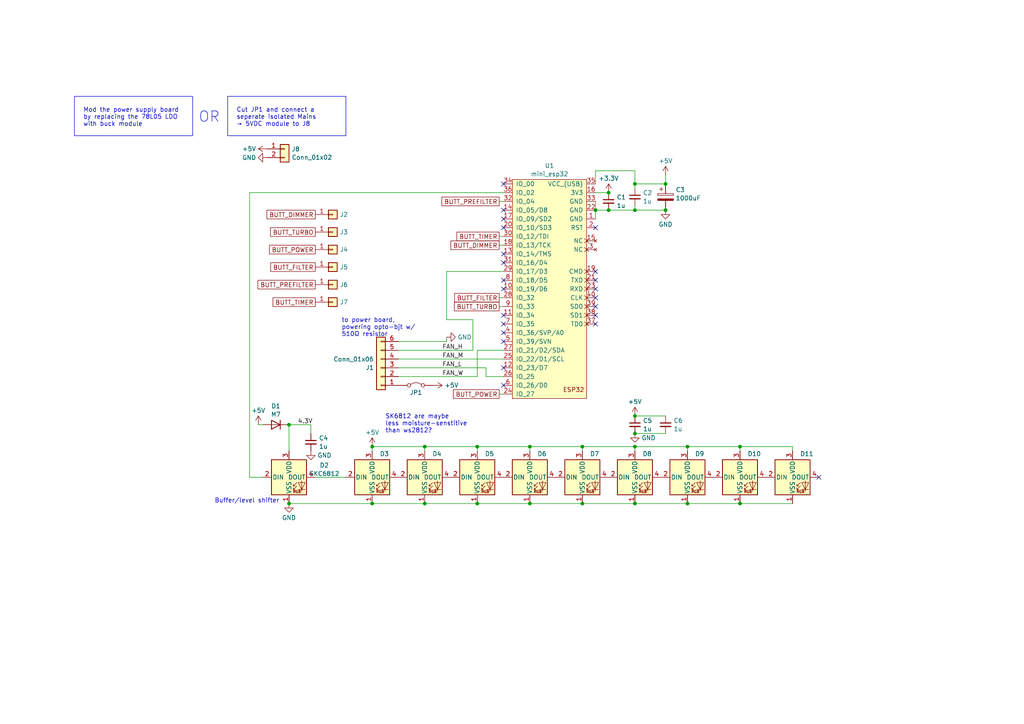
<source format=kicad_sch>
(kicad_sch (version 20250114) (generator "eeschema") (generator_version "9.0")
  (paper "A4")
  (lib_symbols
    (symbol "Connector_Generic:Conn_01x01" (pin_names (offset 1.016) (hide yes))
      (property "Reference" "J" (at 0 2.54 0))
      (property "Value" "Conn_01x01" (at 0 -2.54 0))
      (symbol "Conn_01x01_1_1"
        (rectangle (start -1.27 1.27) (end 1.27 -1.27) (stroke (width 0.254)) (fill (type background)))
        (rectangle (start -1.27 0.127) (end 0 -0.127) (stroke (width 0.1524)))
        (pin passive line (at -5.08 0 0) (length 3.81) (name "Pin_1") (number "1"))
      )
    )
    (symbol "Connector_Generic:Conn_01x02" (pin_names (offset 1.016) (hide yes))
      (property "Reference" "J" (at 0 2.54 0))
      (property "Value" "Conn_01x02" (at 0 -5.08 0))
      (symbol "Conn_01x02_1_1"
        (rectangle (start -1.27 1.27) (end 1.27 -3.81) (stroke (width 0.254)) (fill (type background)))
        (rectangle (start -1.27 0.127) (end 0 -0.127) (stroke (width 0.1524)))
        (rectangle (start -1.27 -2.413) (end 0 -2.667) (stroke (width 0.1524)))
        (pin passive line (at -5.08 0 0) (length 3.81) (name "Pin_1") (number "1"))
        (pin passive line (at -5.08 -2.54 0) (length 3.81) (name "Pin_2") (number "2"))
      )
    )
    (symbol "Connector_Generic:Conn_01x06" (pin_names (offset 1.016) (hide yes))
      (property "Reference" "J" (at 0 7.62 0))
      (property "Value" "Conn_01x06" (at 0 -10.16 0))
      (symbol "Conn_01x06_1_1"
        (rectangle (start -1.27 6.35) (end 1.27 -8.89) (stroke (width 0.254)) (fill (type background)))
        (rectangle (start -1.27 5.207) (end 0 4.953) (stroke (width 0.1524)))
        (rectangle (start -1.27 2.667) (end 0 2.413) (stroke (width 0.1524)))
        (rectangle (start -1.27 0.127) (end 0 -0.127) (stroke (width 0.1524)))
        (rectangle (start -1.27 -2.413) (end 0 -2.667) (stroke (width 0.1524)))
        (rectangle (start -1.27 -4.953) (end 0 -5.207) (stroke (width 0.1524)))
        (rectangle (start -1.27 -7.493) (end 0 -7.747) (stroke (width 0.1524)))
        (pin passive line (at -5.08 5.08 0) (length 3.81) (name "Pin_1") (number "1"))
        (pin passive line (at -5.08 2.54 0) (length 3.81) (name "Pin_2") (number "2"))
        (pin passive line (at -5.08 0 0) (length 3.81) (name "Pin_3") (number "3"))
        (pin passive line (at -5.08 -2.54 0) (length 3.81) (name "Pin_4") (number "4"))
        (pin passive line (at -5.08 -5.08 0) (length 3.81) (name "Pin_5") (number "5"))
        (pin passive line (at -5.08 -7.62 0) (length 3.81) (name "Pin_6") (number "6"))
      )
    )
    (symbol "Device:C_Polarized" (pin_numbers (hide yes)) (pin_names (offset 0.254))
      (property "Reference" "C" (at 0.635 2.54 0))
      (property "Value" "C_Polarized" (at 0.635 -2.54 0))
      (symbol "C_Polarized_0_1"
        (rectangle (start -2.286 0.508) (end 2.286 1.016))
        (polyline (pts (xy -1.778 2.286) (xy -0.762 2.286)))
        (polyline (pts (xy -1.27 2.794) (xy -1.27 1.778)))
        (rectangle (start 2.286 -0.508) (end -2.286 -1.016) (fill (type outline)))
      )
      (symbol "C_Polarized_1_1"
        (pin passive line (at 0 3.81 270) (length 2.794) (name "~") (number "1"))
        (pin passive line (at 0 -3.81 90) (length 2.794) (name "~") (number "2"))
      )
    )
    (symbol "Device:C_Small" (pin_numbers (hide yes)) (pin_names (offset 0.254) (hide yes))
      (property "Reference" "C" (at 0.254 1.778 0))
      (property "Value" "C_Small" (at 0.254 -2.032 0))
      (symbol "C_Small_0_1"
        (polyline (pts (xy -1.524 0.508) (xy 1.524 0.508)) (stroke (width 0.3048)))
        (polyline (pts (xy -1.524 -0.508) (xy 1.524 -0.508)) (stroke (width 0.3302)))
      )
      (symbol "C_Small_1_1"
        (pin passive line (at 0 2.54 270) (length 2.032) (name "~") (number "1"))
        (pin passive line (at 0 -2.54 90) (length 2.032) (name "~") (number "2"))
      )
    )
    (symbol "Device:D" (pin_numbers (hide yes)) (pin_names (offset 1.016) (hide yes))
      (property "Reference" "D" (at 0 2.54 0))
      (property "Value" "D" (at 0 -2.54 0))
      (symbol "D_0_1"
        (polyline (pts (xy -1.27 1.27) (xy -1.27 -1.27)) (stroke (width 0.254)))
        (polyline (pts (xy 1.27 1.27) (xy 1.27 -1.27) (xy -1.27 0) (xy 1.27 1.27)) (stroke (width 0.254)))
        (polyline (pts (xy 1.27 0) (xy -1.27 0)))
      )
      (symbol "D_1_1"
        (pin passive line (at -3.81 0 0) (length 2.54) (name "K") (number "1"))
        (pin passive line (at 3.81 0 180) (length 2.54) (name "A") (number "2"))
      )
    )
    (symbol "ESP32_mini:mini_esp32" (pin_names (offset 1.016))
      (property "Reference" "U" (at -7.62 -50.8 0))
      (property "Value" "mini_esp32" (at 5.08 -59.69 0))
      (symbol "mini_esp32_0_0"
        (text "ESP32" (at 7.62 -62.23 0) (effects (font (size 1.27 1.27))))
        (pin bidirectional line (at -12.7 -45.72 0) (length 2.54) (name "IO_36/SVP/A0") (number "4"))
        (pin bidirectional line (at -12.7 -48.26 0) (length 2.54) (name "IO_39/SVN") (number "5"))
        (pin power_in line (at 13.97 -12.7 180) (length 2.54) (name "GND") (number "1"))
        (pin input line (at 13.97 -15.24 180) (length 2.54) (name "RST") (number "2"))
        (pin no_connect non_logic (at 13.97 -21.59 180) (length 2.54) (name "NC") (number "3"))
      )
      (symbol "mini_esp32_0_1"
        (rectangle (start -10.16 -1.27) (end 11.43 -64.77) (fill (type background)))
      )
      (symbol "mini_esp32_1_1"
        (pin bidirectional line (at -12.7 -2.54 0) (length 2.54) (name "IO_00") (number "34"))
        (pin bidirectional line (at -12.7 -5.08 0) (length 2.54) (name "IO_02") (number "36"))
        (pin bidirectional line (at -12.7 -7.62 0) (length 2.54) (name "IO_04") (number "32"))
        (pin bidirectional line (at -12.7 -10.16 0) (length 2.54) (name "IO_05/D8") (number "14"))
        (pin bidirectional line (at -12.7 -12.7 0) (length 2.54) (name "IO_09/SD2") (number "17"))
        (pin bidirectional line (at -12.7 -15.24 0) (length 2.54) (name "IO_10/SD3") (number "20"))
        (pin bidirectional line (at -12.7 -17.78 0) (length 2.54) (name "IO_12/TDI") (number "30"))
        (pin bidirectional line (at -12.7 -20.32 0) (length 2.54) (name "IO_13/TCK") (number "18"))
        (pin bidirectional line (at -12.7 -22.86 0) (length 2.54) (name "IO_14/TMS") (number "13"))
        (pin bidirectional line (at -12.7 -25.4 0) (length 2.54) (name "IO_16/D4") (number "31"))
        (pin bidirectional line (at -12.7 -27.94 0) (length 2.54) (name "IO_17/D3") (number "29"))
        (pin bidirectional line (at -12.7 -30.48 0) (length 2.54) (name "IO_18/D5") (number "8"))
        (pin bidirectional line (at -12.7 -33.02 0) (length 2.54) (name "IO_19/D6") (number "10"))
        (pin bidirectional line (at -12.7 -35.56 0) (length 2.54) (name "IO_32") (number "28"))
        (pin bidirectional line (at -12.7 -38.1 0) (length 2.54) (name "IO_33") (number "9"))
        (pin bidirectional line (at -12.7 -40.64 0) (length 2.54) (name "IO_34") (number "11"))
        (pin bidirectional line (at -12.7 -43.18 0) (length 2.54) (name "IO_35") (number "7"))
        (pin bidirectional line (at -12.7 -50.8 0) (length 2.54) (name "IO_21/D2/SDA") (number "27"))
        (pin bidirectional line (at -12.7 -53.34 0) (length 2.54) (name "IO_22/D1/SCL") (number "25"))
        (pin bidirectional line (at -12.7 -55.88 0) (length 2.54) (name "IO_23/D7") (number "12"))
        (pin bidirectional line (at -12.7 -58.42 0) (length 2.54) (name "IO_25") (number "26"))
        (pin bidirectional line (at -12.7 -60.96 0) (length 2.54) (name "IO_26/D0") (number "6"))
        (pin bidirectional line (at -12.7 -63.5 0) (length 2.54) (name "IO_27") (number "24"))
        (pin power_in line (at 13.97 -2.54 180) (length 2.54) (name "VCC_(USB)") (number "35"))
        (pin power_in line (at 13.97 -5.08 180) (length 2.54) (name "3V3") (number "16"))
        (pin power_in line (at 13.97 -7.62 180) (length 2.54) (name "GND") (number "33"))
        (pin power_in line (at 13.97 -10.16 180) (length 2.54) (name "GND") (number "22"))
        (pin no_connect non_logic (at 13.97 -19.05 180) (length 2.54) (name "NC") (number "15"))
        (pin passive non_logic (at 13.97 -27.94 180) (length 2.54) (name "CMD") (number "19"))
        (pin passive non_logic (at 13.97 -30.48 180) (length 2.54) (name "TXD") (number "21"))
        (pin passive non_logic (at 13.97 -33.02 180) (length 2.54) (name "RXD") (number "23"))
        (pin passive non_logic (at 13.97 -35.56 180) (length 2.54) (name "CLK") (number "40"))
        (pin passive non_logic (at 13.97 -38.1 180) (length 2.54) (name "SD0") (number "39"))
        (pin passive non_logic (at 13.97 -40.64 180) (length 2.54) (name "SD1") (number "38"))
        (pin passive non_logic (at 13.97 -43.18 180) (length 2.54) (name "TD0") (number "37"))
      )
    )
    (symbol "Jumper:Jumper_2_Bridged" (pin_numbers (hide yes)) (pin_names (offset 0) (hide yes))
      (property "Reference" "JP" (at 0 1.905 0))
      (property "Value" "Jumper_2_Bridged" (at 0 -2.54 0))
      (symbol "Jumper_2_Bridged_0_0"
        (circle (center -2.032 0) (radius 0.508))
        (circle (center 2.032 0) (radius 0.508))
      )
      (symbol "Jumper_2_Bridged_0_1"
        (arc (start -1.524 0.254) (mid 0 0.762) (end 1.524 0.254))
      )
      (symbol "Jumper_2_Bridged_1_1"
        (pin passive line (at -5.08 0 0) (length 2.54) (name "A") (number "1"))
        (pin passive line (at 5.08 0 180) (length 2.54) (name "B") (number "2"))
      )
    )
    (symbol "LED:SK6812" (pin_names (offset 0.254))
      (property "Reference" "D" (at 5.08 5.715 0))
      (property "Value" "SK6812" (at 1.27 -5.715 0))
      (symbol "SK6812_0_0"
        (text "RGB" (at 2.286 -4.191 0) (effects (font (size 0.762 0.762))))
      )
      (symbol "SK6812_0_1"
        (polyline (pts (xy 1.27 -2.54) (xy 1.778 -2.54)))
        (polyline (pts (xy 1.27 -3.556) (xy 1.778 -3.556)))
        (polyline (pts (xy 2.286 -1.524) (xy 1.27 -2.54) (xy 1.27 -2.032)))
        (polyline (pts (xy 2.286 -2.54) (xy 1.27 -3.556) (xy 1.27 -3.048)))
        (polyline (pts (xy 3.683 -1.016) (xy 3.683 -3.556) (xy 3.683 -4.064)))
        (polyline (pts (xy 4.699 -1.524) (xy 2.667 -1.524) (xy 3.683 -3.556) (xy 4.699 -1.524)))
        (polyline (pts (xy 4.699 -3.556) (xy 2.667 -3.556)))
        (rectangle (start 5.08 5.08) (end -5.08 -5.08) (stroke (width 0.254)) (fill (type background)))
      )
      (symbol "SK6812_1_1"
        (pin input line (at -7.62 0 0) (length 2.54) (name "DIN") (number "2"))
        (pin power_in line (at 0 7.62 270) (length 2.54) (name "VDD") (number "3"))
        (pin power_in line (at 0 -7.62 90) (length 2.54) (name "VSS") (number "1"))
        (pin output line (at 7.62 0 180) (length 2.54) (name "DOUT") (number "4"))
      )
    )
    (symbol "power:+3.3V" (power) (pin_names (offset 0))
      (property "Value" "+3.3V" (at 0 3.556 0))
      (symbol "+3.3V_0_1"
        (polyline (pts (xy -0.762 1.27) (xy 0 2.54)))
        (polyline (pts (xy 0 2.54) (xy 0.762 1.27)))
        (polyline (pts (xy 0 0) (xy 0 2.54)))
      )
      (symbol "+3.3V_1_1"
        (pin power_in line (at 0 0 90) (length 0) (hide yes) (name "+3.3V") (number "1"))
      )
    )
    (symbol "power:+5V" (power) (pin_names (offset 0))
      (property "Value" "+5V" (at 0 3.556 0))
      (symbol "+5V_0_1"
        (polyline (pts (xy -0.762 1.27) (xy 0 2.54)))
        (polyline (pts (xy 0 2.54) (xy 0.762 1.27)))
        (polyline (pts (xy 0 0) (xy 0 2.54)))
      )
      (symbol "+5V_1_1"
        (pin power_in line (at 0 0 90) (length 0) (hide yes) (name "+5V") (number "1"))
      )
    )
    (symbol "power:GND" (power) (pin_names (offset 0))
      (property "Value" "GND" (at 0 -3.81 0))
      (symbol "GND_0_1"
        (polyline (pts (xy 0 0) (xy 0 -1.27) (xy 1.27 -1.27) (xy 0 -2.54) (xy -1.27 -1.27) (xy 0 -1.27)))
      )
      (symbol "GND_1_1"
        (pin power_in line (at 0 0 270) (length 0) (hide yes) (name "GND") (number "1"))
      )
    )
  )
  (rectangle (start 66.04 27.94) (end 100.33 39.37))
  (rectangle (start 21.59 27.94) (end 55.88 39.37))
  (text "OR" (at 60.706 34.036 0) (effects (font (size 3 3))))
  (text "Cut JP1 and connect a\nseperate isolated Mains\n→ 5VDC module to J8" (at 68.58 36.83 0) (effects (font (size 1.27 1.27)) (justify left bottom)))
  (text "Buffer/level shifter" (at 62.23 146.05 0) (effects (font (size 1.27 1.27)) (justify left bottom)))
  (text "SK6812 are maybe\nless moisture-senstitive\nthan ws2812?" (at 111.76 125.73 0) (effects (font (size 1.27 1.27)) (justify left bottom)))
  (text "to power board,\npowering opto-bjt w/\n510Ω resistor" (at 99.06 97.79 0) (effects (font (size 1.27 1.27)) (justify left bottom)))
  (text "Mod the power supply board\nby replacing the 78L05 LDO\nwith buck module" (at 24.13 36.83 0) (effects (font (size 1.27 1.27)) (justify left bottom)))
  (junction (at 184.15 60.96))
  (junction (at 184.15 125.73))
  (junction (at 153.67 129.54))
  (junction (at 193.04 60.96))
  (junction (at 168.91 129.54))
  (junction (at 168.91 146.05))
  (junction (at 193.04 53.34))
  (junction (at 184.15 120.65))
  (junction (at 199.39 146.05))
  (junction (at 214.63 146.05))
  (junction (at 184.15 129.54))
  (junction (at 184.15 146.05))
  (junction (at 138.43 146.05))
  (junction (at 184.15 53.34))
  (junction (at 176.53 55.88))
  (junction (at 138.43 129.54))
  (junction (at 214.63 129.54))
  (junction (at 123.19 146.05))
  (junction (at 83.82 146.05))
  (junction (at 172.72 60.96))
  (junction (at 107.95 129.54))
  (junction (at 123.19 129.54))
  (junction (at 176.53 60.96))
  (junction (at 153.67 146.05))
  (junction (at 83.82 123.19))
  (junction (at 199.39 129.54))
  (junction (at 107.95 146.05))
  (no_connect (at 146.05 73.66))
  (no_connect (at 172.72 88.9))
  (no_connect (at 146.05 81.28))
  (no_connect (at 146.05 76.2))
  (no_connect (at 146.05 63.5))
  (no_connect (at 172.72 86.36))
  (no_connect (at 146.05 99.06))
  (no_connect (at 172.72 78.74))
  (no_connect (at 146.05 106.68))
  (no_connect (at 146.05 93.98))
  (no_connect (at 237.49 138.43))
  (no_connect (at 146.05 83.82))
  (no_connect (at 172.72 66.04))
  (no_connect (at 172.72 83.82))
  (no_connect (at 146.05 111.76))
  (no_connect (at 146.05 91.44))
  (no_connect (at 146.05 66.04))
  (no_connect (at 146.05 60.96))
  (no_connect (at 146.05 53.34))
  (no_connect (at 172.72 81.28))
  (no_connect (at 172.72 91.44))
  (no_connect (at 146.05 96.52))
  (no_connect (at 172.72 93.98))
  (wire (pts (xy 144.78 68.58) (xy 146.05 68.58)))
  (wire (pts (xy 172.72 49.53) (xy 172.72 53.34)))
  (wire (pts (xy 138.43 129.54) (xy 153.67 129.54)))
  (wire (pts (xy 138.43 146.05) (xy 153.67 146.05)))
  (wire (pts (xy 184.15 125.73) (xy 193.04 125.73)))
  (wire (pts (xy 129.54 78.74) (xy 146.05 78.74)))
  (wire (pts (xy 144.78 71.12) (xy 146.05 71.12)))
  (wire (pts (xy 153.67 129.54) (xy 168.91 129.54)))
  (wire (pts (xy 83.82 123.19) (xy 83.82 130.81)))
  (wire (pts (xy 123.19 129.54) (xy 138.43 129.54)))
  (wire (pts (xy 115.57 101.6) (xy 137.16 101.6)))
  (wire (pts (xy 115.57 109.22) (xy 138.43 109.22)))
  (wire (pts (xy 193.04 50.8) (xy 193.04 53.34)))
  (wire (pts (xy 153.67 129.54) (xy 153.67 130.81)))
  (wire (pts (xy 146.05 101.6) (xy 138.43 101.6)))
  (wire (pts (xy 172.72 60.96) (xy 172.72 63.5)))
  (wire (pts (xy 168.91 129.54) (xy 168.91 130.81)))
  (wire (pts (xy 184.15 146.05) (xy 199.39 146.05)))
  (wire (pts (xy 115.57 106.68) (xy 140.97 106.68)))
  (wire (pts (xy 184.15 120.65) (xy 193.04 120.65)))
  (wire (pts (xy 144.78 88.9) (xy 146.05 88.9)))
  (wire (pts (xy 229.87 129.54) (xy 229.87 130.81)))
  (wire (pts (xy 172.72 55.88) (xy 176.53 55.88)))
  (wire (pts (xy 83.82 146.05) (xy 107.95 146.05)))
  (wire (pts (xy 129.54 99.06) (xy 129.54 97.79)))
  (wire (pts (xy 184.15 59.69) (xy 184.15 60.96)))
  (wire (pts (xy 140.97 109.22) (xy 146.05 109.22)))
  (wire (pts (xy 172.72 49.53) (xy 184.15 49.53)))
  (wire (pts (xy 199.39 146.05) (xy 214.63 146.05)))
  (wire (pts (xy 184.15 129.54) (xy 184.15 130.81)))
  (wire (pts (xy 199.39 129.54) (xy 199.39 130.81)))
  (wire (pts (xy 72.39 55.88) (xy 72.39 138.43)))
  (wire (pts (xy 184.15 60.96) (xy 193.04 60.96)))
  (wire (pts (xy 168.91 146.05) (xy 184.15 146.05)))
  (wire (pts (xy 214.63 146.05) (xy 229.87 146.05)))
  (wire (pts (xy 138.43 129.54) (xy 138.43 130.81)))
  (wire (pts (xy 123.19 129.54) (xy 123.19 130.81)))
  (wire (pts (xy 168.91 129.54) (xy 184.15 129.54)))
  (wire (pts (xy 144.78 114.3) (xy 146.05 114.3)))
  (wire (pts (xy 172.72 58.42) (xy 172.72 60.96)))
  (wire (pts (xy 146.05 55.88) (xy 72.39 55.88)))
  (wire (pts (xy 83.82 123.19) (xy 90.17 123.19)))
  (wire (pts (xy 107.95 129.54) (xy 123.19 129.54)))
  (wire (pts (xy 172.72 60.96) (xy 176.53 60.96)))
  (wire (pts (xy 144.78 86.36) (xy 146.05 86.36)))
  (wire (pts (xy 214.63 129.54) (xy 229.87 129.54)))
  (wire (pts (xy 184.15 129.54) (xy 199.39 129.54)))
  (wire (pts (xy 138.43 101.6) (xy 138.43 109.22)))
  (wire (pts (xy 214.63 129.54) (xy 214.63 130.81)))
  (wire (pts (xy 129.54 99.06) (xy 115.57 99.06)))
  (wire (pts (xy 129.54 78.74) (xy 129.54 92.71)))
  (wire (pts (xy 90.17 123.19) (xy 90.17 125.73)))
  (wire (pts (xy 140.97 106.68) (xy 140.97 109.22)))
  (wire (pts (xy 107.95 129.54) (xy 107.95 130.81)))
  (wire (pts (xy 129.54 92.71) (xy 137.16 92.71)))
  (wire (pts (xy 144.78 58.42) (xy 146.05 58.42)))
  (wire (pts (xy 153.67 146.05) (xy 168.91 146.05)))
  (wire (pts (xy 184.15 53.34) (xy 193.04 53.34)))
  (wire (pts (xy 107.95 146.05) (xy 123.19 146.05)))
  (wire (pts (xy 137.16 92.71) (xy 137.16 101.6)))
  (wire (pts (xy 115.57 104.14) (xy 146.05 104.14)))
  (wire (pts (xy 91.44 138.43) (xy 100.33 138.43)))
  (wire (pts (xy 199.39 129.54) (xy 214.63 129.54)))
  (wire (pts (xy 74.93 123.19) (xy 76.2 123.19)))
  (wire (pts (xy 176.53 60.96) (xy 184.15 60.96)))
  (wire (pts (xy 184.15 49.53) (xy 184.15 53.34)))
  (wire (pts (xy 184.15 53.34) (xy 184.15 54.61)))
  (wire (pts (xy 72.39 138.43) (xy 76.2 138.43)))
  (wire (pts (xy 123.19 146.05) (xy 138.43 146.05)))
  (label "FAN_W" (at 128.27 109.22 0))
  (label "FAN_M" (at 128.27 104.14 0))
  (label "4.3V" (at 86.36 123.19 0))
  (label "FAN_H" (at 128.27 101.6 0))
  (label "FAN_L" (at 128.27 106.68 0))
  (global_label "BUTT_TURBO" (shape passive) (at 144.78 88.9 180) (property "Intersheetrefs" "${INTERSHEET_REFS}" (effects (hide yes))))
  (global_label "BUTT_PREFILTER" (shape passive) (at 144.78 58.42 180) (property "Intersheetrefs" "${INTERSHEET_REFS}" (effects (hide yes))))
  (global_label "BUTT_DIMMER" (shape passive) (at 91.44 62.23 180) (property "Intersheetrefs" "${INTERSHEET_REFS}" (effects (hide yes))))
  (global_label "BUTT_TURBO" (shape passive) (at 91.44 67.31 180) (property "Intersheetrefs" "${INTERSHEET_REFS}" (effects (hide yes))))
  (global_label "BUTT_POWER" (shape passive) (at 144.78 114.3 180) (property "Intersheetrefs" "${INTERSHEET_REFS}" (effects (hide yes))))
  (global_label "BUTT_FILTER" (shape passive) (at 144.78 86.36 180) (property "Intersheetrefs" "${INTERSHEET_REFS}" (effects (hide yes))))
  (global_label "BUTT_DIMMER" (shape passive) (at 144.78 71.12 180) (property "Intersheetrefs" "${INTERSHEET_REFS}" (effects (hide yes))))
  (global_label "BUTT_POWER" (shape passive) (at 91.44 72.39 180) (property "Intersheetrefs" "${INTERSHEET_REFS}" (effects (hide yes))))
  (global_label "BUTT_TIMER" (shape passive) (at 144.78 68.58 180) (property "Intersheetrefs" "${INTERSHEET_REFS}" (effects (hide yes))))
  (global_label "BUTT_PREFILTER" (shape passive) (at 91.44 82.55 180) (property "Intersheetrefs" "${INTERSHEET_REFS}" (effects (hide yes))))
  (global_label "BUTT_TIMER" (shape passive) (at 91.44 87.63 180) (property "Intersheetrefs" "${INTERSHEET_REFS}" (effects (hide yes))))
  (global_label "BUTT_FILTER" (shape passive) (at 91.44 77.47 180) (property "Intersheetrefs" "${INTERSHEET_REFS}" (effects (hide yes))))
  (symbol (lib_id "power:+5V") (at 77.47 43.18 90) (unit 1)
    (property "Reference" "#PWR015" (effects (hide yes)))
    (property "Value" "+5V" (at 74.2951 43.18 90) (effects (justify left)))
  )
  (symbol (lib_id "power:GND") (at 90.17 130.81 0) (unit 1)
    (property "Reference" "#PWR09" (effects (hide yes)))
    (property "Value" "GND" (at 92.075 132.08 0) (effects (justify left)))
  )
  (symbol (lib_id "LED:SK6812") (at 199.39 138.43 0) (unit 1)
    (property "Reference" "D9" (at 201.5841 131.6299 0) (effects (justify left)))
    (property "Value" "SKC6812" (effects (hide yes)))
    (property "Footprint" "LED_SMD:LED_SK6812_PLCC4_5.0x5.0mm_P3.2mm" (effects (hide yes)))
    (property "Datasheet" "https://cdn-shop.adafruit.com/product-files/1138/SK6812+LED+datasheet+.pdf" (effects (hide yes)))
    (property "LCSC" "C2890040" (effects (hide yes)))
  )
  (symbol (lib_id "power:+5V") (at 193.04 50.8 0) (unit 1)
    (property "Reference" "#PWR03" (effects (hide yes)))
    (property "Value" "+5V" (at 193.04 46.6669 0))
  )
  (symbol (lib_id "power:+5V") (at 184.15 120.65 0) (unit 1)
    (property "Reference" "#PWR011" (effects (hide yes)))
    (property "Value" "+5V" (at 184.15 116.5169 0))
  )
  (symbol (lib_id "LED:SK6812") (at 168.91 138.43 0) (unit 1)
    (property "Reference" "D7" (at 171.1041 131.6299 0) (effects (justify left)))
    (property "Value" "SKC6812" (effects (hide yes)))
    (property "Footprint" "LED_SMD:LED_SK6812_PLCC4_5.0x5.0mm_P3.2mm" (effects (hide yes)))
    (property "Datasheet" "https://cdn-shop.adafruit.com/product-files/1138/SK6812+LED+datasheet+.pdf" (effects (hide yes)))
    (property "LCSC" "C2890040" (effects (hide yes)))
  )
  (symbol (lib_id "power:GND") (at 129.54 97.79 90) (mirror x) (unit 1)
    (property "Reference" "#PWR01" (effects (hide yes)))
    (property "Value" "GND" (at 132.7149 97.79 90) (effects (justify right)))
  )
  (symbol (lib_id "LED:SK6812") (at 138.43 138.43 0) (unit 1)
    (property "Reference" "D5" (at 140.6241 131.6299 0) (effects (justify left)))
    (property "Value" "SKC6812" (effects (hide yes)))
    (property "Footprint" "LED_SMD:LED_SK6812_PLCC4_5.0x5.0mm_P3.2mm" (effects (hide yes)))
    (property "Datasheet" "https://cdn-shop.adafruit.com/product-files/1138/SK6812+LED+datasheet+.pdf" (effects (hide yes)))
    (property "LCSC" "C2890040" (effects (hide yes)))
  )
  (symbol (lib_id "Connector_Generic:Conn_01x01") (at 96.52 82.55 0) (unit 1)
    (property "Reference" "J6" (at 98.552 82.55 0) (effects (justify left)))
    (property "Value" "Conn_01x01" (effects (hide yes)))
    (property "Footprint" "TestPoint:TestPoint_THTPad_D2.0mm_Drill1.0mm" (effects (hide yes)))
  )
  (symbol (lib_id "Device:C_Small") (at 176.53 58.42 0) (unit 1)
    (property "Reference" "C1" (at 178.8541 57.2142 0) (effects (justify left)))
    (property "Value" "1u" (at 178.8541 59.6384 0) (effects (justify left)))
    (property "Footprint" "Capacitor_SMD:C_0805_2012Metric_Pad1.18x1.45mm_HandSolder" (effects (hide yes)))
    (property "LCSC" "C1779" (effects (hide yes)))
  )
  (symbol (lib_id "Device:C_Small") (at 184.15 123.19 0) (unit 1)
    (property "Reference" "C5" (at 186.4741 121.9842 0) (effects (justify left)))
    (property "Value" "1u" (at 186.4741 124.4084 0) (effects (justify left)))
    (property "Footprint" "Capacitor_SMD:C_0805_2012Metric_Pad1.18x1.45mm_HandSolder" (effects (hide yes)))
    (property "LCSC" "C1779" (effects (hide yes)))
  )
  (symbol (lib_id "power:+5V") (at 125.73 111.76 270) (unit 1)
    (property "Reference" "#PWR014" (effects (hide yes)))
    (property "Value" "+5V" (at 128.905 111.76 90) (effects (justify left)))
  )
  (symbol (lib_id "Connector_Generic:Conn_01x01") (at 96.52 87.63 0) (unit 1)
    (property "Reference" "J7" (at 98.552 87.63 0) (effects (justify left)))
    (property "Value" "Conn_01x01" (effects (hide yes)))
    (property "Footprint" "TestPoint:TestPoint_THTPad_D2.0mm_Drill1.0mm" (effects (hide yes)))
  )
  (symbol (lib_id "power:GND") (at 184.15 125.73 0) (unit 1)
    (property "Reference" "#PWR010" (effects (hide yes)))
    (property "Value" "GND" (at 186.055 127 0) (effects (justify left)))
  )
  (symbol (lib_id "LED:SK6812") (at 184.15 138.43 0) (unit 1)
    (property "Reference" "D8" (at 186.3441 131.6299 0) (effects (justify left)))
    (property "Value" "SKC6812" (effects (hide yes)))
    (property "Footprint" "LED_SMD:LED_SK6812_PLCC4_5.0x5.0mm_P3.2mm" (effects (hide yes)))
    (property "Datasheet" "https://cdn-shop.adafruit.com/product-files/1138/SK6812+LED+datasheet+.pdf" (effects (hide yes)))
    (property "LCSC" "C2890040" (effects (hide yes)))
  )
  (symbol (lib_id "power:+5V") (at 74.93 123.19 0) (unit 1)
    (property "Reference" "#PWR07" (effects (hide yes)))
    (property "Value" "+5V" (at 74.93 119.0569 0))
  )
  (symbol (lib_id "power:GND") (at 193.04 60.96 0) (unit 1)
    (property "Reference" "#PWR04" (effects (hide yes)))
    (property "Value" "GND" (at 193.04 65.0931 0))
  )
  (symbol (lib_id "ESP32_mini:mini_esp32") (at 158.75 50.8 0) (unit 1)
    (property "Reference" "U1" (at 159.385 48.0527 0))
    (property "Value" "mini_esp32" (at 159.385 50.4769 0))
    (property "Footprint" "ESP32_mini:ESP32_mini" (effects (hide yes)))
  )
  (symbol (lib_id "power:GND") (at 83.82 146.05 0) (unit 1)
    (property "Reference" "#PWR08" (effects (hide yes)))
    (property "Value" "GND" (at 83.82 150.1831 0))
  )
  (symbol (lib_id "power:GND") (at 77.47 45.72 270) (unit 1)
    (property "Reference" "#PWR012" (effects (hide yes)))
    (property "Value" "GND" (at 74.2951 45.72 90) (effects (justify right)))
  )
  (symbol (lib_id "power:+5V") (at 107.95 129.54 0) (unit 1)
    (property "Reference" "#PWR06" (effects (hide yes)))
    (property "Value" "+5V" (at 107.95 125.4069 0))
  )
  (symbol (lib_id "Device:C_Polarized") (at 193.04 57.15 0) (unit 1)
    (property "Reference" "C3" (at 195.961 55.0489 0) (effects (justify left)))
    (property "Value" "1000uF" (at 195.961 57.4731 0) (effects (justify left)))
    (property "Footprint" "Capacitor_THT:CP_Radial_D8.0mm_P3.50mm" (effects (hide yes)))
    (property "LCSC" "C494544" (effects (hide yes)))
  )
  (symbol (lib_id "Connector_Generic:Conn_01x01") (at 96.52 62.23 0) (unit 1)
    (property "Reference" "J2" (at 98.552 62.23 0) (effects (justify left)))
    (property "Value" "Conn_01x01" (effects (hide yes)))
    (property "Footprint" "TestPoint:TestPoint_THTPad_D2.0mm_Drill1.0mm" (effects (hide yes)))
  )
  (symbol (lib_id "Device:C_Small") (at 90.17 128.27 0) (unit 1)
    (property "Reference" "C4" (at 92.4941 127.0642 0) (effects (justify left)))
    (property "Value" "1u" (at 92.4941 129.4884 0) (effects (justify left)))
    (property "Footprint" "Capacitor_SMD:C_0805_2012Metric_Pad1.18x1.45mm_HandSolder" (effects (hide yes)))
    (property "LCSC" "C1779" (effects (hide yes)))
  )
  (symbol (lib_id "Device:C_Small") (at 184.15 57.15 0) (unit 1)
    (property "Reference" "C2" (at 186.4741 55.9442 0) (effects (justify left)))
    (property "Value" "1u" (at 186.4741 58.3684 0) (effects (justify left)))
    (property "Footprint" "Capacitor_SMD:C_0805_2012Metric_Pad1.18x1.45mm_HandSolder" (effects (hide yes)))
    (property "LCSC" "C1779" (effects (hide yes)))
  )
  (symbol (lib_id "Connector_Generic:Conn_01x01") (at 96.52 77.47 0) (unit 1)
    (property "Reference" "J5" (at 98.552 77.47 0) (effects (justify left)))
    (property "Value" "Conn_01x01" (effects (hide yes)))
    (property "Footprint" "TestPoint:TestPoint_THTPad_D2.0mm_Drill1.0mm" (effects (hide yes)))
  )
  (symbol (lib_id "power:+3.3V") (at 176.53 55.88 0) (unit 1)
    (property "Reference" "#PWR05" (effects (hide yes)))
    (property "Value" "+3.3V" (at 176.53 51.7469 0))
  )
  (symbol (lib_id "Connector_Generic:Conn_01x01") (at 96.52 72.39 0) (unit 1)
    (property "Reference" "J4" (at 98.552 72.39 0) (effects (justify left)))
    (property "Value" "Conn_01x01" (effects (hide yes)))
    (property "Footprint" "TestPoint:TestPoint_THTPad_D2.0mm_Drill1.0mm" (effects (hide yes)))
  )
  (symbol (lib_id "Device:D") (at 80.01 123.19 180) (unit 1)
    (property "Reference" "D1" (at 80.01 117.7757 0))
    (property "Value" "M7" (at 80.01 120.1999 0))
    (property "Footprint" "Diode_SMD:D_SMA_Handsoldering" (effects (hide yes)))
    (property "Sim.Device" "D" (effects (hide yes)))
    (property "Sim.Pins" "1=K 2=A" (effects (hide yes)))
    (property "LCSC" "C95872" (effects (hide yes)))
  )
  (symbol (lib_id "Jumper:Jumper_2_Bridged") (at 120.65 111.76 0) (unit 1)
    (property "Reference" "JP1" (at 120.65 113.8611 0))
    (property "Value" "Jumper_2_Bridged" (effects (hide yes)))
    (property "Footprint" "Jumper:SolderJumper-2_P1.3mm_Bridged_RoundedPad1.0x1.5mm" (effects (hide yes)))
    (property "Description" "Jumper, 2-pole, closed/bridged" (effects (hide yes)))
  )
  (symbol (lib_id "Device:C_Small") (at 193.04 123.19 0) (unit 1)
    (property "Reference" "C6" (at 195.3641 121.9842 0) (effects (justify left)))
    (property "Value" "1u" (at 195.3641 124.4084 0) (effects (justify left)))
    (property "Footprint" "Capacitor_SMD:C_0805_2012Metric_Pad1.18x1.45mm_HandSolder" (effects (hide yes)))
    (property "LCSC" "C1779" (effects (hide yes)))
  )
  (symbol (lib_id "Connector_Generic:Conn_01x01") (at 96.52 67.31 0) (unit 1)
    (property "Reference" "J3" (at 98.552 67.31 0) (effects (justify left)))
    (property "Value" "Conn_01x01" (effects (hide yes)))
    (property "Footprint" "TestPoint:TestPoint_THTPad_D2.0mm_Drill1.0mm" (effects (hide yes)))
  )
  (symbol (lib_id "LED:SK6812") (at 229.87 138.43 0) (unit 1)
    (property "Reference" "D11" (at 232.0641 131.6299 0) (effects (justify left)))
    (property "Value" "SKC6812" (effects (hide yes)))
    (property "Footprint" "LED_SMD:LED_SK6812_PLCC4_5.0x5.0mm_P3.2mm" (effects (hide yes)))
    (property "Datasheet" "https://cdn-shop.adafruit.com/product-files/1138/SK6812+LED+datasheet+.pdf" (effects (hide yes)))
    (property "LCSC" "C2890040" (effects (hide yes)))
  )
  (symbol (lib_id "Connector_Generic:Conn_01x06") (at 110.49 106.68 180) (unit 1)
    (property "Reference" "J1" (at 108.458 106.6221 0) (effects (justify left)))
    (property "Value" "Conn_01x06" (at 108.458 104.1979 0) (effects (justify left)))
    (property "Footprint" "Connector_JST:JST_PH_S6B-PH-K_1x06_P2.00mm_Horizontal" (effects (hide yes)))
  )
  (symbol (lib_id "LED:SK6812") (at 214.63 138.43 0) (unit 1)
    (property "Reference" "D10" (at 216.8241 131.6299 0) (effects (justify left)))
    (property "Value" "SKC6812" (effects (hide yes)))
    (property "Footprint" "LED_SMD:LED_SK6812_PLCC4_5.0x5.0mm_P3.2mm" (effects (hide yes)))
    (property "Datasheet" "https://cdn-shop.adafruit.com/product-files/1138/SK6812+LED+datasheet+.pdf" (effects (hide yes)))
    (property "LCSC" "C2890040" (effects (hide yes)))
  )
  (symbol (lib_id "LED:SK6812") (at 153.67 138.43 0) (unit 1)
    (property "Reference" "D6" (at 155.8641 131.6299 0) (effects (justify left)))
    (property "Value" "SKC6812" (effects (hide yes)))
    (property "Footprint" "LED_SMD:LED_SK6812_PLCC4_5.0x5.0mm_P3.2mm" (effects (hide yes)))
    (property "Datasheet" "https://cdn-shop.adafruit.com/product-files/1138/SK6812+LED+datasheet+.pdf" (effects (hide yes)))
    (property "LCSC" "C2890040" (effects (hide yes)))
  )
  (symbol (lib_id "LED:SK6812") (at 123.19 138.43 0) (unit 1)
    (property "Reference" "D4" (at 125.3841 131.6299 0) (effects (justify left)))
    (property "Value" "SKC6812" (effects (hide yes)))
    (property "Footprint" "LED_SMD:LED_SK6812_PLCC4_5.0x5.0mm_P3.2mm" (effects (hide yes)))
    (property "Datasheet" "https://cdn-shop.adafruit.com/product-files/1138/SK6812+LED+datasheet+.pdf" (effects (hide yes)))
    (property "LCSC" "C2890040" (effects (hide yes)))
  )
  (symbol (lib_id "LED:SK6812") (at 107.95 138.43 0) (unit 1)
    (property "Reference" "D3" (at 110.1441 131.6299 0) (effects (justify left)))
    (property "Value" "SKC6812" (effects (hide yes)))
    (property "Footprint" "LED_SMD:LED_SK6812_PLCC4_5.0x5.0mm_P3.2mm" (effects (hide yes)))
    (property "Datasheet" "https://cdn-shop.adafruit.com/product-files/1138/SK6812+LED+datasheet+.pdf" (effects (hide yes)))
    (property "LCSC" "C2890040" (effects (hide yes)))
  )
  (symbol (lib_id "Connector_Generic:Conn_01x02") (at 82.55 43.18 0) (unit 1)
    (property "Reference" "J8" (at 84.582 43.2378 0) (effects (justify left)))
    (property "Value" "Conn_01x02" (at 84.582 45.6621 0) (effects (justify left)))
    (property "Footprint" "Connector_Wire:SolderWire-0.5sqmm_1x02_P4.6mm_D0.9mm_OD2.1mm_Relief" (effects (hide yes)))
    (property "Description" "Generic connector, single row, 01x02, script generated (kicad-library-utils/schlib/autogen/connector/)" (effects (hide yes)))
  )
  (symbol (lib_id "LED:SK6812") (at 83.82 138.43 0) (unit 1)
    (property "Reference" "D2" (at 94.0669 134.9558 0))
    (property "Value" "SKC6812" (at 94.0669 137.38 0))
    (property "Footprint" "LED_SMD:LED_SK6812_PLCC4_5.0x5.0mm_P3.2mm" (effects (hide yes)))
    (property "Datasheet" "https://cdn-shop.adafruit.com/product-files/1138/SK6812+LED+datasheet+.pdf" (effects (hide yes)))
    (property "LCSC" "C2890040" (effects (hide yes)))
  )
)
</source>
